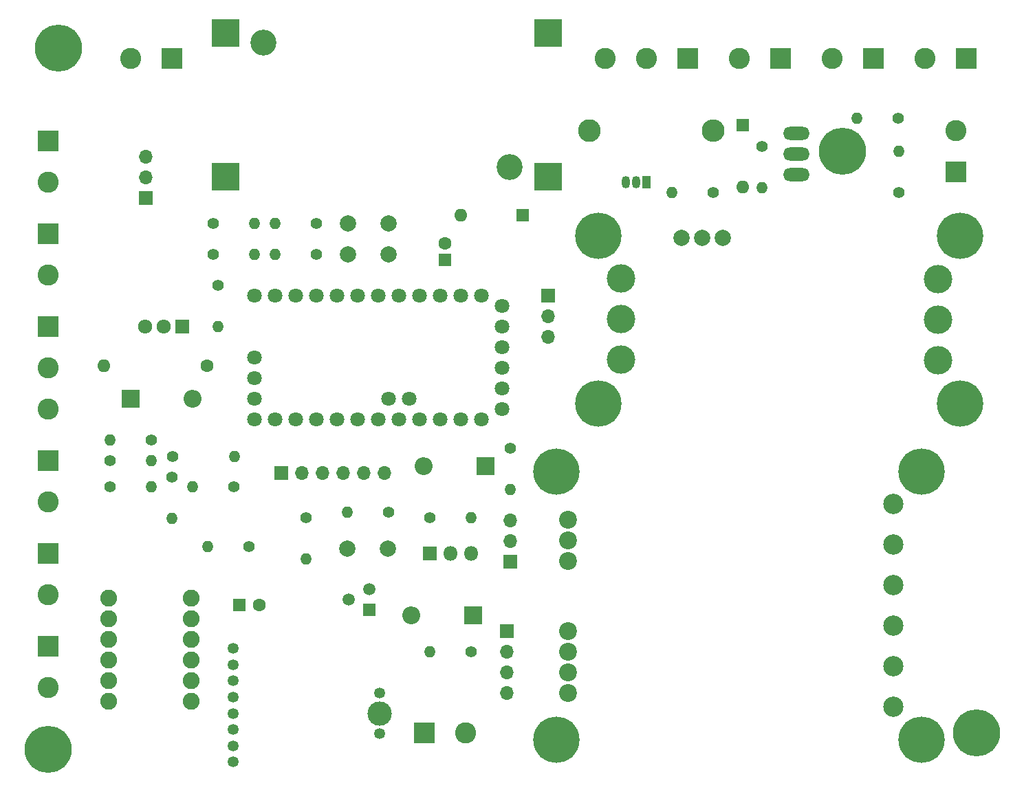
<source format=gbr>
G04 #@! TF.GenerationSoftware,KiCad,Pcbnew,5.1.12-84ad8e8a86~92~ubuntu18.04.1*
G04 #@! TF.CreationDate,2021-12-22T16:42:45+01:00*
G04 #@! TF.ProjectId,HM-LC-Bl1-FM_FUEL4EP_PCB,484d2d4c-432d-4426-9c31-2d464d5f4655,rev?*
G04 #@! TF.SameCoordinates,Original*
G04 #@! TF.FileFunction,Soldermask,Bot*
G04 #@! TF.FilePolarity,Negative*
%FSLAX46Y46*%
G04 Gerber Fmt 4.6, Leading zero omitted, Abs format (unit mm)*
G04 Created by KiCad (PCBNEW 5.1.12-84ad8e8a86~92~ubuntu18.04.1) date 2021-12-22 16:42:45*
%MOMM*%
%LPD*%
G01*
G04 APERTURE LIST*
%ADD10O,1.600000X1.600000*%
%ADD11C,1.600000*%
%ADD12C,3.200000*%
%ADD13R,3.500000X3.500000*%
%ADD14O,1.400000X1.400000*%
%ADD15C,1.400000*%
%ADD16C,3.000000*%
%ADD17C,1.350000*%
%ADD18O,1.700000X1.700000*%
%ADD19R,1.700000X1.700000*%
%ADD20O,2.800000X2.800000*%
%ADD21C,2.800000*%
%ADD22O,2.200000X2.200000*%
%ADD23R,2.200000X2.200000*%
%ADD24R,1.600000X1.600000*%
%ADD25C,2.000000*%
%ADD26C,5.800000*%
%ADD27C,2.082800*%
%ADD28C,2.600000*%
%ADD29R,2.600000X2.600000*%
%ADD30C,5.700000*%
%ADD31C,2.200000*%
%ADD32C,2.500000*%
%ADD33C,1.800000*%
%ADD34C,1.498600*%
%ADD35R,1.498600X1.498600*%
%ADD36C,3.500000*%
%ADD37O,3.251200X1.625600*%
%ADD38R,1.050000X1.500000*%
%ADD39O,1.050000X1.500000*%
%ADD40O,1.800000X1.800000*%
%ADD41R,1.800000X1.800000*%
%ADD42O,1.717500X1.800000*%
%ADD43R,1.717500X1.800000*%
G04 APERTURE END LIST*
D10*
X42418000Y-12446000D03*
D11*
X55118000Y-12446000D03*
D12*
X92404000Y12075000D03*
X62104000Y27375000D03*
D13*
X97104000Y10875000D03*
X97104000Y28575000D03*
X57404000Y10875000D03*
X57404000Y28575000D03*
D14*
X58534300Y-23609300D03*
D15*
X50914300Y-23609300D03*
D16*
X76380000Y-55220000D03*
D17*
X76380000Y-57720000D03*
X76380000Y-52720000D03*
X58380000Y-59220000D03*
X58380000Y-57220000D03*
X58380000Y-55220000D03*
X58380000Y-53220000D03*
X58380000Y-51220000D03*
X58380000Y-49220000D03*
X58380000Y-47220000D03*
X58380000Y-61220000D03*
D18*
X76962000Y-25654000D03*
X74422000Y-25654000D03*
X71882000Y-25654000D03*
X69342000Y-25654000D03*
X66802000Y-25654000D03*
D19*
X64262000Y-25654000D03*
D18*
X92456000Y-31496000D03*
X92456000Y-34036000D03*
D19*
X92456000Y-36576000D03*
D14*
X43180000Y-21590000D03*
D15*
X48260000Y-21590000D03*
D14*
X82550000Y-47625000D03*
D15*
X87630000Y-47625000D03*
D14*
X123444000Y9474200D03*
D15*
X123444000Y14554200D03*
D14*
X112395000Y8890000D03*
D15*
X117475000Y8890000D03*
D14*
X72390000Y-30480000D03*
D15*
X77470000Y-30480000D03*
D14*
X140335000Y13970000D03*
D15*
X140335000Y8890000D03*
D14*
X135128000Y18034000D03*
D15*
X140208000Y18034000D03*
D14*
X87630000Y-31115000D03*
D15*
X82550000Y-31115000D03*
D14*
X92456000Y-27686000D03*
D15*
X92456000Y-22606000D03*
D14*
X67310000Y-36195000D03*
D15*
X67310000Y-31115000D03*
D14*
X55245000Y-34671000D03*
D15*
X60325000Y-34671000D03*
D14*
X50800000Y-31242000D03*
D15*
X50800000Y-26162000D03*
D14*
X63500000Y1270000D03*
D15*
X68580000Y1270000D03*
D14*
X63500000Y5080000D03*
D15*
X68580000Y5080000D03*
D14*
X48260000Y-24130000D03*
D15*
X43180000Y-24130000D03*
D14*
X60960000Y1270000D03*
D15*
X55880000Y1270000D03*
D14*
X60960000Y5080000D03*
D15*
X55880000Y5080000D03*
D14*
X53340000Y-27305000D03*
D15*
X58420000Y-27305000D03*
D14*
X56515000Y-7620000D03*
D15*
X56515000Y-2540000D03*
D14*
X48260000Y-27305000D03*
D15*
X43180000Y-27305000D03*
D20*
X117475000Y16510000D03*
D21*
X102235000Y16510000D03*
D22*
X53340000Y-16510000D03*
D23*
X45720000Y-16510000D03*
D22*
X80264000Y-43180000D03*
D23*
X87884000Y-43180000D03*
D22*
X81788000Y-24765000D03*
D23*
X89408000Y-24765000D03*
D11*
X84455000Y2635000D03*
D24*
X84455000Y635000D03*
D25*
X77390000Y-34925000D03*
X72390000Y-34925000D03*
X77470000Y5080000D03*
X72470000Y5080000D03*
X77470000Y1270000D03*
X72470000Y1270000D03*
D11*
X61595000Y-41910000D03*
D24*
X59095000Y-41910000D03*
D26*
X149860000Y-57658000D03*
D18*
X92075000Y-52705000D03*
X92075000Y-50165000D03*
X92075000Y-47625000D03*
D19*
X92075000Y-45085000D03*
D18*
X97155000Y-8890000D03*
X97155000Y-6350000D03*
D19*
X97155000Y-3810000D03*
D27*
X53213000Y-41071800D03*
X53213000Y-43611800D03*
X53213000Y-51231800D03*
X53213000Y-53771800D03*
X53213000Y-48691800D03*
X43053000Y-41071800D03*
X43053000Y-43611800D03*
X43053000Y-51231800D03*
X43053000Y-53771800D03*
X43053000Y-48691800D03*
X43053000Y-46151800D03*
X53213000Y-46151800D03*
D28*
X86995000Y-57658000D03*
D29*
X81915000Y-57658000D03*
D28*
X120650000Y25400000D03*
D29*
X125730000Y25400000D03*
D28*
X143510000Y25400000D03*
D29*
X148590000Y25400000D03*
D28*
X147320000Y16510000D03*
D29*
X147320000Y11430000D03*
D28*
X132080000Y25400000D03*
D29*
X137160000Y25400000D03*
D26*
X133350000Y13970000D03*
D28*
X104140000Y25400000D03*
X109220000Y25400000D03*
D29*
X114300000Y25400000D03*
D30*
X143075000Y-25455000D03*
X143075000Y-58455000D03*
X98175000Y-58455000D03*
X98175000Y-25455000D03*
D31*
X99625000Y-36455000D03*
X99625000Y-33915000D03*
X99625000Y-31375000D03*
X99625000Y-45085000D03*
X99625000Y-47625000D03*
X99625000Y-50165000D03*
X99625000Y-52705000D03*
D32*
X139675000Y-29455000D03*
X139675000Y-34455000D03*
X139675000Y-39455000D03*
X139675000Y-44455000D03*
X139675000Y-49455000D03*
X139675000Y-54455000D03*
D33*
X60960000Y-13970000D03*
X60960000Y-16510000D03*
X60960000Y-19050000D03*
X63500000Y-19050000D03*
X66040000Y-19050000D03*
X68580000Y-19050000D03*
X71120000Y-19050000D03*
X73660000Y-19050000D03*
X76200000Y-19050000D03*
X78740000Y-19050000D03*
X81280000Y-19050000D03*
X83820000Y-19050000D03*
X86360000Y-19050000D03*
X88900000Y-19050000D03*
X88900000Y-3810000D03*
X86360000Y-3810000D03*
X83820000Y-3810000D03*
X81280000Y-3810000D03*
X78740000Y-3810000D03*
X76200000Y-3810000D03*
X73660000Y-3810000D03*
X71120000Y-3810000D03*
X68580000Y-3810000D03*
X66040000Y-3810000D03*
X63500000Y-3810000D03*
X60960000Y-3810000D03*
X77470000Y-16510000D03*
X80010000Y-16510000D03*
X60960000Y-11430000D03*
X91440000Y-5080000D03*
X91440000Y-7620000D03*
X91440000Y-10160000D03*
X91440000Y-12700000D03*
X91440000Y-15240000D03*
X91440000Y-17780000D03*
D26*
X35560000Y-59690000D03*
X36830000Y26670000D03*
D28*
X35560000Y10160000D03*
D29*
X35560000Y15240000D03*
D28*
X35560000Y-1270000D03*
D29*
X35560000Y3810000D03*
D28*
X35560000Y-40640000D03*
D29*
X35560000Y-35560000D03*
D28*
X35560000Y-52070000D03*
D29*
X35560000Y-46990000D03*
D28*
X35560000Y-29210000D03*
D29*
X35560000Y-24130000D03*
D28*
X45720000Y25400000D03*
D29*
X50800000Y25400000D03*
D28*
X35560000Y-17780000D03*
X35560000Y-12700000D03*
D29*
X35560000Y-7620000D03*
D34*
X75082400Y-39928800D03*
X72542400Y-41198800D03*
D35*
X75082400Y-42468800D03*
D30*
X147850000Y3600000D03*
X147850000Y-17100000D03*
X103350000Y-17100000D03*
X103350000Y3600000D03*
D25*
X118680000Y3350000D03*
X116140000Y3350000D03*
X113600000Y3350000D03*
D36*
X106100000Y-1650000D03*
X106100000Y-6650000D03*
X106100000Y-11650000D03*
X145100000Y-1750000D03*
X145100000Y-6750000D03*
X145100000Y-11750000D03*
D37*
X127711200Y16230600D03*
X127711200Y13690600D03*
X127711200Y11150600D03*
D38*
X109220000Y10160000D03*
D39*
X106680000Y10160000D03*
X107950000Y10160000D03*
D40*
X87630000Y-35560000D03*
X85090000Y-35560000D03*
D41*
X82550000Y-35560000D03*
D42*
X47490000Y-7620000D03*
X49780000Y-7620000D03*
D43*
X52070000Y-7620000D03*
D18*
X47625000Y13335000D03*
X47625000Y10795000D03*
D19*
X47625000Y8255000D03*
D10*
X121056400Y9575800D03*
D24*
X121056400Y17195800D03*
D10*
X86360000Y6096000D03*
D24*
X93980000Y6096000D03*
M02*

</source>
